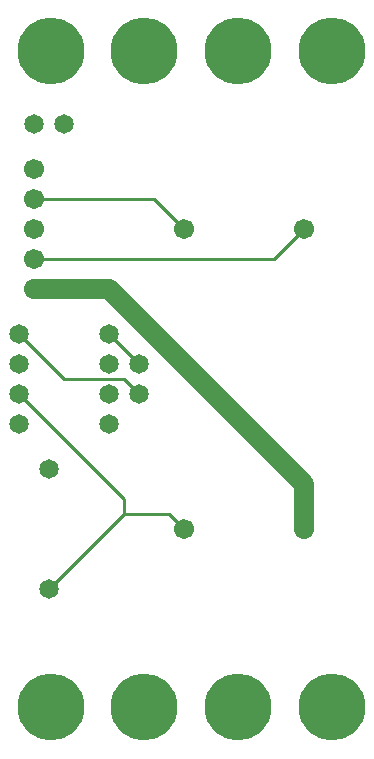
<source format=gbl>
%MOIN*%
%FSLAX25Y25*%
G04 D10 used for Character Trace; *
G04     Circle (OD=.01000) (No hole)*
G04 D11 used for Power Trace; *
G04     Circle (OD=.06500) (No hole)*
G04 D12 used for Signal Trace; *
G04     Circle (OD=.01100) (No hole)*
G04 D13 used for Via; *
G04     Circle (OD=.05800) (Round. Hole ID=.02800)*
G04 D14 used for Component hole; *
G04     Circle (OD=.06500) (Round. Hole ID=.03500)*
G04 D15 used for Component hole; *
G04     Circle (OD=.06700) (Round. Hole ID=.04300)*
G04 D16 used for Component hole; *
G04     Circle (OD=.08100) (Round. Hole ID=.05100)*
G04 D17 used for Component hole; *
G04     Circle (OD=.08900) (Round. Hole ID=.05900)*
G04 D18 used for Component hole; *
G04     Circle (OD=.11300) (Round. Hole ID=.08300)*
G04 D19 used for Component hole; *
G04     Circle (OD=.16000) (Round. Hole ID=.13000)*
G04 D20 used for Component hole; *
G04     Circle (OD=.18300) (Round. Hole ID=.15300)*
G04 D21 used for Component hole; *
G04     Circle (OD=.22291) (Round. Hole ID=.19291)*
%ADD10C,.01000*%
%ADD11C,.06500*%
%ADD12C,.01100*%
%ADD13C,.05800*%
%ADD14C,.06500*%
%ADD15C,.06700*%
%ADD16C,.08100*%
%ADD17C,.08900*%
%ADD18C,.11300*%
%ADD19C,.16000*%
%ADD20C,.18300*%
%ADD21C,.22291*%
%IPPOS*%
%LPD*%
G90*X0Y0D02*D21*X15625Y15625D03*X46875D03*D14*    
X15000Y55000D03*D12*X40000Y80000D01*X55000D01*    
X60000Y75000D01*D15*D03*D12*X40000Y80000D02*      
Y85000D01*X5000Y120000D01*D14*D03*Y130000D03*     
Y110000D03*D12*X20000Y125000D02*X40000D01*        
X45000Y120000D01*D14*D03*X35000Y130000D03*        
Y110000D03*X45000Y130000D03*D12*X35000Y140000D01* 
D14*D03*D12*X20000Y125000D02*X5000Y140000D01*D14* 
D03*D15*X10000Y155000D03*D11*X35000D01*           
X100000Y90000D01*Y75000D01*D15*D03*D21*           
X78125Y15625D03*X109375D03*D14*X35000Y120000D03*  
X15000Y95000D03*D15*X10000Y165000D03*D12*         
X90000D01*X100000Y175000D01*D15*D03*X60000D03*D12*
X50000Y185000D01*X10000D01*D15*D03*Y195000D03*    
Y175000D03*D14*X20000Y210000D03*X10000D03*D21*    
X46875Y234375D03*X15625D03*X78125D03*X109375D03*  
M02*                                              

</source>
